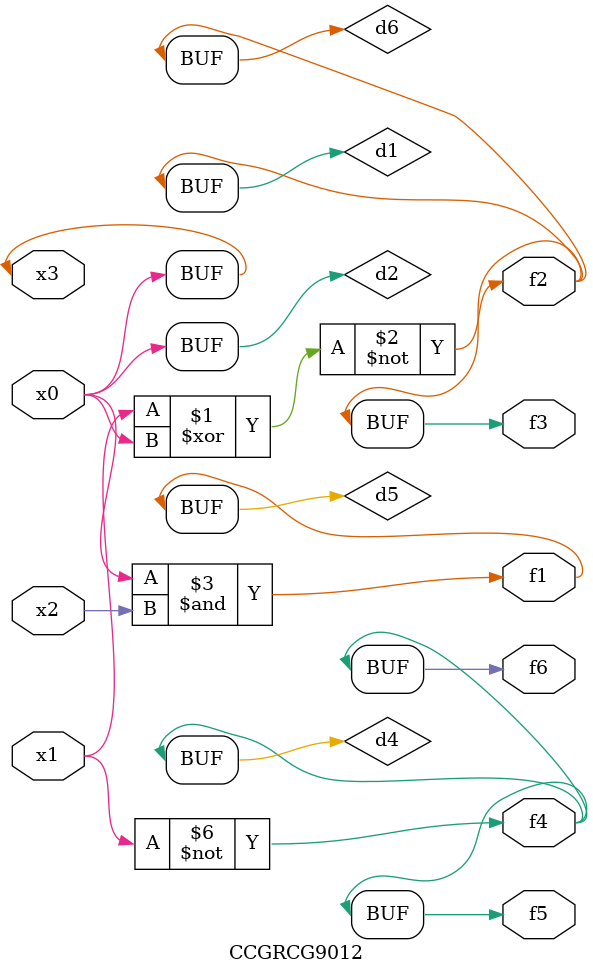
<source format=v>
module CCGRCG9012(
	input x0, x1, x2, x3,
	output f1, f2, f3, f4, f5, f6
);

	wire d1, d2, d3, d4, d5, d6;

	xnor (d1, x1, x3);
	buf (d2, x0, x3);
	nand (d3, x0, x2);
	not (d4, x1);
	nand (d5, d3);
	or (d6, d1);
	assign f1 = d5;
	assign f2 = d6;
	assign f3 = d6;
	assign f4 = d4;
	assign f5 = d4;
	assign f6 = d4;
endmodule

</source>
